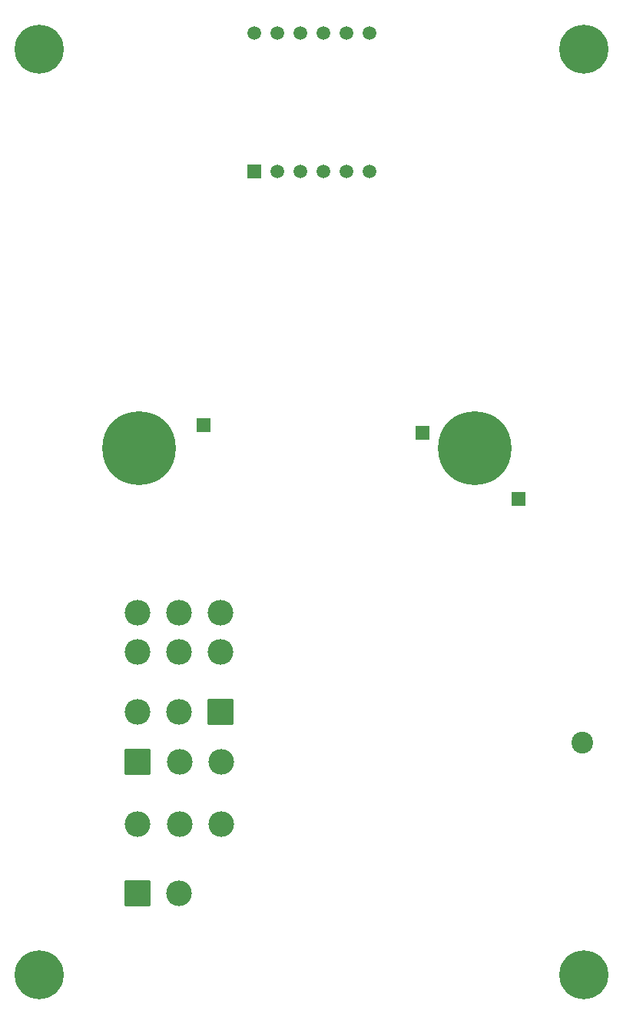
<source format=gbs>
%TF.GenerationSoftware,KiCad,Pcbnew,8.0.0-8.0.0-1~ubuntu22.04.1*%
%TF.CreationDate,2024-04-13T22:18:37-06:00*%
%TF.ProjectId,Multimeter,4d756c74-696d-4657-9465-722e6b696361,rev?*%
%TF.SameCoordinates,Original*%
%TF.FileFunction,Soldermask,Bot*%
%TF.FilePolarity,Negative*%
%FSLAX46Y46*%
G04 Gerber Fmt 4.6, Leading zero omitted, Abs format (unit mm)*
G04 Created by KiCad (PCBNEW 8.0.0-8.0.0-1~ubuntu22.04.1) date 2024-04-13 22:18:37*
%MOMM*%
%LPD*%
G01*
G04 APERTURE LIST*
G04 Aperture macros list*
%AMRoundRect*
0 Rectangle with rounded corners*
0 $1 Rounding radius*
0 $2 $3 $4 $5 $6 $7 $8 $9 X,Y pos of 4 corners*
0 Add a 4 corners polygon primitive as box body*
4,1,4,$2,$3,$4,$5,$6,$7,$8,$9,$2,$3,0*
0 Add four circle primitives for the rounded corners*
1,1,$1+$1,$2,$3*
1,1,$1+$1,$4,$5*
1,1,$1+$1,$6,$7*
1,1,$1+$1,$8,$9*
0 Add four rect primitives between the rounded corners*
20,1,$1+$1,$2,$3,$4,$5,0*
20,1,$1+$1,$4,$5,$6,$7,0*
20,1,$1+$1,$6,$7,$8,$9,0*
20,1,$1+$1,$8,$9,$2,$3,0*%
G04 Aperture macros list end*
%ADD10C,8.104000*%
%ADD11C,0.800000*%
%ADD12C,5.400000*%
%ADD13R,1.500000X1.500000*%
%ADD14RoundRect,0.102000X-1.314450X-1.314450X1.314450X-1.314450X1.314450X1.314450X-1.314450X1.314450X0*%
%ADD15C,2.832900*%
%ADD16RoundRect,0.102000X-1.312500X-1.312500X1.312500X-1.312500X1.312500X1.312500X-1.312500X1.312500X0*%
%ADD17C,2.829000*%
%ADD18C,2.400000*%
%ADD19C,1.500000*%
G04 APERTURE END LIST*
D10*
%TO.C,J4*%
X160000000Y-83000000D03*
%TD*%
D11*
%TO.C,H4*%
X169975000Y-141000000D03*
X170568109Y-139568109D03*
X170568109Y-142431891D03*
X172000000Y-138975000D03*
D12*
X172000000Y-141000000D03*
D11*
X172000000Y-143025000D03*
X173431891Y-139568109D03*
X173431891Y-142431891D03*
X174025000Y-141000000D03*
%TD*%
D13*
%TO.C,TP1*%
X154200000Y-81300000D03*
%TD*%
D14*
%TO.C,SW3*%
X132000000Y-112000000D03*
D15*
X127402600Y-112000000D03*
X122805200Y-112000000D03*
X132000000Y-105446800D03*
X127402600Y-105446800D03*
X122805200Y-105446800D03*
X132000000Y-101078000D03*
X127402600Y-101078000D03*
X122805200Y-101078000D03*
%TD*%
D11*
%TO.C,H3*%
X109975000Y-141000000D03*
X110568109Y-139568109D03*
X110568109Y-142431891D03*
X112000000Y-138975000D03*
D12*
X112000000Y-141000000D03*
D11*
X112000000Y-143025000D03*
X113431891Y-139568109D03*
X113431891Y-142431891D03*
X114025000Y-141000000D03*
%TD*%
D13*
%TO.C,TP2*%
X164800000Y-88600000D03*
%TD*%
%TO.C,TP3*%
X130100000Y-80400000D03*
%TD*%
D11*
%TO.C,H1*%
X109975000Y-39000000D03*
X110568109Y-37568109D03*
X110568109Y-40431891D03*
X112000000Y-36975000D03*
D12*
X112000000Y-39000000D03*
D11*
X112000000Y-41025000D03*
X113431891Y-37568109D03*
X113431891Y-40431891D03*
X114025000Y-39000000D03*
%TD*%
D16*
%TO.C,SW2*%
X122837500Y-117500000D03*
D17*
X127437500Y-117500000D03*
X132037500Y-117500000D03*
X122837500Y-124410000D03*
X127437500Y-124410000D03*
X132037500Y-124410000D03*
%TD*%
D16*
%TO.C,SW1*%
X122800000Y-132010000D03*
D17*
X127400000Y-132010000D03*
%TD*%
D18*
%TO.C,TP4*%
X171800000Y-115400000D03*
%TD*%
D11*
%TO.C,H2*%
X169975000Y-39000000D03*
X170568109Y-37568109D03*
X170568109Y-40431891D03*
X172000000Y-36975000D03*
D12*
X172000000Y-39000000D03*
D11*
X172000000Y-41025000D03*
X173431891Y-37568109D03*
X173431891Y-40431891D03*
X174025000Y-39000000D03*
%TD*%
D10*
%TO.C,J3*%
X123000000Y-83000000D03*
%TD*%
D13*
%TO.C,U4*%
X135650000Y-52477500D03*
D19*
X138190000Y-52477500D03*
X140730000Y-52477500D03*
X143270000Y-52477500D03*
X145810000Y-52477500D03*
X148350000Y-52477500D03*
X148350000Y-37237500D03*
X145810000Y-37237500D03*
X143270000Y-37237500D03*
X140730000Y-37237500D03*
X138190000Y-37237500D03*
X135650000Y-37237500D03*
%TD*%
M02*

</source>
